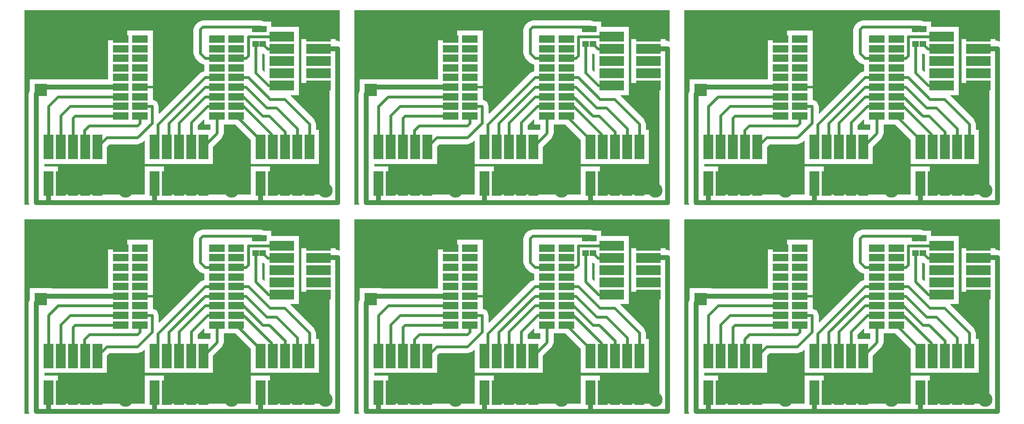
<source format=gtl>
G04 Layer_Physical_Order=1*
G04 Layer_Color=255*
%FSAX44Y44*%
%MOMM*%
G71*
G01*
G75*
%ADD10R,5.0800X2.0000*%
%ADD11R,2.0000X5.0800*%
%ADD12R,3.3000X1.5000*%
%ADD13R,1.4000X1.2000*%
%ADD14C,1.0000*%
%ADD15C,0.6000*%
%ADD16R,8.5000X2.0000*%
%ADD17R,9.0000X2.0000*%
%ADD18R,3.1000X1.2000*%
%ADD19R,2.5000X2.5000*%
%ADD20C,3.0000*%
G36*
X00657980Y00479201D02*
Y00469760D01*
X00670409D01*
Y00458460D01*
X00644751D01*
Y00467632D01*
X00656807Y00479687D01*
X00657980Y00479201D01*
D02*
G37*
G36*
X00783680Y00615258D02*
Y00606860D01*
Y00581460D01*
Y00579619D01*
X00782507Y00579133D01*
X00778551Y00583088D01*
Y00616390D01*
X00779821Y00616856D01*
X00783680Y00615258D01*
D02*
G37*
G36*
X00939480Y00642568D02*
X00938424Y00641862D01*
X00934480Y00643496D01*
X00930680D01*
Y00646860D01*
X00859880D01*
Y00606860D01*
Y00581460D01*
Y00556060D01*
X00918244D01*
Y00323496D01*
X00794480D01*
Y00382260D01*
X00754480D01*
Y00323496D01*
X00574480D01*
Y00382260D01*
X00534480D01*
Y00323496D01*
X00354480D01*
Y00382260D01*
X00325716D01*
Y00387660D01*
X00456080D01*
Y00423161D01*
X00461108Y00428189D01*
X00519480D01*
X00529430Y00432310D01*
X00533307Y00436187D01*
X00534480Y00435701D01*
Y00387660D01*
X00676080D01*
Y00423161D01*
X00694430Y00441510D01*
X00698551Y00451460D01*
Y00469760D01*
X00722081D01*
X00754480Y00437360D01*
Y00387660D01*
X00896080D01*
Y00458460D01*
X00890151D01*
Y00470660D01*
X00886030Y00480610D01*
X00837153Y00529487D01*
X00837639Y00530660D01*
X00854480D01*
Y00556060D01*
Y00581460D01*
Y00606860D01*
Y00632260D01*
Y00672260D01*
X00796480D01*
Y00683500D01*
X00781555D01*
X00774720Y00686331D01*
X00654480D01*
X00644530Y00682210D01*
X00639530Y00677210D01*
X00635409Y00667260D01*
Y00617260D01*
X00639530Y00607310D01*
X00649530Y00597310D01*
X00657980Y00593810D01*
Y00580710D01*
X00649530Y00577210D01*
X00564724Y00492404D01*
X00563551Y00492890D01*
Y00507260D01*
X00559430Y00517210D01*
X00550980Y00520710D01*
Y00544760D01*
X00510980D01*
Y00549760D01*
X00550980D01*
Y00569760D01*
Y00589760D01*
Y00609760D01*
Y00629760D01*
Y00664760D01*
X00497980D01*
Y00644760D01*
X00457980D01*
Y00609760D01*
Y00589760D01*
Y00569760D01*
Y00563496D01*
X00340980D01*
Y00563760D01*
X00295980D01*
Y00539865D01*
X00293244Y00533260D01*
Y00307260D01*
X00294878Y00303316D01*
X00294172Y00302260D01*
X00284480D01*
Y00707260D01*
X00939480D01*
Y00642568D01*
D02*
G37*
G36*
X01342980Y00479201D02*
Y00469760D01*
X01355409D01*
Y00458460D01*
X01329751D01*
Y00467632D01*
X01341807Y00479687D01*
X01342980Y00479201D01*
D02*
G37*
G36*
X01468680Y00615258D02*
Y00606860D01*
Y00581460D01*
Y00579619D01*
X01467507Y00579133D01*
X01463551Y00583088D01*
Y00616390D01*
X01464821Y00616856D01*
X01468680Y00615258D01*
D02*
G37*
G36*
X01624480Y00642568D02*
X01623424Y00641862D01*
X01619480Y00643496D01*
X01615680D01*
Y00646860D01*
X01544880D01*
Y00606860D01*
Y00581460D01*
Y00556060D01*
X01603244D01*
Y00323496D01*
X01479480D01*
Y00382260D01*
X01439480D01*
Y00323496D01*
X01259480D01*
Y00382260D01*
X01219480D01*
Y00323496D01*
X01039480D01*
Y00382260D01*
X01010716D01*
Y00387660D01*
X01141080D01*
Y00423161D01*
X01146108Y00428189D01*
X01204480D01*
X01214430Y00432310D01*
X01218307Y00436187D01*
X01219480Y00435701D01*
Y00387660D01*
X01361080D01*
Y00423161D01*
X01379430Y00441510D01*
X01383551Y00451460D01*
Y00469760D01*
X01407081D01*
X01439480Y00437360D01*
Y00387660D01*
X01581080D01*
Y00458460D01*
X01575151D01*
Y00470660D01*
X01571030Y00480610D01*
X01522153Y00529487D01*
X01522639Y00530660D01*
X01539480D01*
Y00556060D01*
Y00581460D01*
Y00606860D01*
Y00632260D01*
Y00672260D01*
X01481480D01*
Y00683500D01*
X01466555D01*
X01459720Y00686331D01*
X01339480D01*
X01329530Y00682210D01*
X01324530Y00677210D01*
X01320409Y00667260D01*
Y00617260D01*
X01324530Y00607310D01*
X01334530Y00597310D01*
X01342980Y00593810D01*
Y00580710D01*
X01334530Y00577210D01*
X01249724Y00492404D01*
X01248551Y00492890D01*
Y00507260D01*
X01244430Y00517210D01*
X01235980Y00520710D01*
Y00544760D01*
X01195980D01*
Y00549760D01*
X01235980D01*
Y00569760D01*
Y00589760D01*
Y00609760D01*
Y00629760D01*
Y00664760D01*
X01182980D01*
Y00644760D01*
X01142980D01*
Y00609760D01*
Y00589760D01*
Y00569760D01*
Y00563496D01*
X01025980D01*
Y00563760D01*
X00980980D01*
Y00539865D01*
X00978244Y00533260D01*
Y00307260D01*
X00979878Y00303316D01*
X00979172Y00302260D01*
X00969480D01*
Y00707260D01*
X01624480D01*
Y00642568D01*
D02*
G37*
G36*
X02027980Y00479201D02*
Y00469760D01*
X02040409D01*
Y00458460D01*
X02014751D01*
Y00467632D01*
X02026807Y00479687D01*
X02027980Y00479201D01*
D02*
G37*
G36*
X02153680Y00615258D02*
Y00606860D01*
Y00581460D01*
Y00579619D01*
X02152507Y00579133D01*
X02148551Y00583088D01*
Y00616390D01*
X02149821Y00616856D01*
X02153680Y00615258D01*
D02*
G37*
G36*
X02309480Y00642568D02*
X02308424Y00641862D01*
X02304480Y00643496D01*
X02300680D01*
Y00646860D01*
X02229880D01*
Y00606860D01*
Y00581460D01*
Y00556060D01*
X02288244D01*
Y00323496D01*
X02164480D01*
Y00382260D01*
X02124480D01*
Y00323496D01*
X01944480D01*
Y00382260D01*
X01904480D01*
Y00323496D01*
X01724480D01*
Y00382260D01*
X01695716D01*
Y00387660D01*
X01826080D01*
Y00423161D01*
X01831108Y00428189D01*
X01889480D01*
X01899430Y00432310D01*
X01903307Y00436187D01*
X01904480Y00435701D01*
Y00387660D01*
X02046080D01*
Y00423161D01*
X02064430Y00441510D01*
X02068551Y00451460D01*
Y00469760D01*
X02092081D01*
X02124480Y00437360D01*
Y00387660D01*
X02266080D01*
Y00458460D01*
X02260151D01*
Y00470660D01*
X02256030Y00480610D01*
X02207153Y00529487D01*
X02207639Y00530660D01*
X02224480D01*
Y00556060D01*
Y00581460D01*
Y00606860D01*
Y00632260D01*
Y00672260D01*
X02166480D01*
Y00683500D01*
X02151555D01*
X02144720Y00686331D01*
X02024480D01*
X02014530Y00682210D01*
X02009530Y00677210D01*
X02005409Y00667260D01*
Y00617260D01*
X02009530Y00607310D01*
X02019530Y00597310D01*
X02027980Y00593810D01*
Y00580710D01*
X02019530Y00577210D01*
X01934724Y00492404D01*
X01933551Y00492890D01*
Y00507260D01*
X01929430Y00517210D01*
X01920980Y00520710D01*
Y00544760D01*
X01880980D01*
Y00549760D01*
X01920980D01*
Y00569760D01*
Y00589760D01*
Y00609760D01*
Y00629760D01*
Y00664760D01*
X01867980D01*
Y00644760D01*
X01827980D01*
Y00609760D01*
Y00589760D01*
Y00569760D01*
Y00563496D01*
X01710980D01*
Y00563760D01*
X01665980D01*
Y00539865D01*
X01663244Y00533260D01*
Y00307260D01*
X01664878Y00303316D01*
X01664172Y00302260D01*
X01654480D01*
Y00707260D01*
X02309480D01*
Y00642568D01*
D02*
G37*
G36*
X00657980Y00914201D02*
Y00904760D01*
X00670409D01*
Y00893460D01*
X00644751D01*
Y00902632D01*
X00656807Y00914687D01*
X00657980Y00914201D01*
D02*
G37*
G36*
X00783680Y01050258D02*
Y01041860D01*
Y01016460D01*
Y01014619D01*
X00782507Y01014133D01*
X00778551Y01018088D01*
Y01051390D01*
X00779821Y01051856D01*
X00783680Y01050258D01*
D02*
G37*
G36*
X00939480Y01077568D02*
X00938424Y01076862D01*
X00934480Y01078496D01*
X00930680D01*
Y01081860D01*
X00859880D01*
Y01041860D01*
Y01016460D01*
Y00991060D01*
X00918244D01*
Y00758496D01*
X00794480D01*
Y00817260D01*
X00754480D01*
Y00758496D01*
X00574480D01*
Y00817260D01*
X00534480D01*
Y00758496D01*
X00354480D01*
Y00817260D01*
X00325716D01*
Y00822660D01*
X00456080D01*
Y00858160D01*
X00461108Y00863189D01*
X00519480D01*
X00529430Y00867310D01*
X00533307Y00871187D01*
X00534480Y00870701D01*
Y00822660D01*
X00676080D01*
Y00858160D01*
X00694430Y00876510D01*
X00698551Y00886460D01*
Y00904760D01*
X00722081D01*
X00754480Y00872361D01*
Y00822660D01*
X00896080D01*
Y00893460D01*
X00890151D01*
Y00905660D01*
X00886030Y00915610D01*
X00837153Y00964487D01*
X00837639Y00965660D01*
X00854480D01*
Y00991060D01*
Y01016460D01*
Y01041860D01*
Y01067260D01*
Y01107260D01*
X00796480D01*
Y01118500D01*
X00781555D01*
X00774720Y01121331D01*
X00654480D01*
X00644530Y01117210D01*
X00639530Y01112210D01*
X00635409Y01102260D01*
Y01052260D01*
X00639530Y01042310D01*
X00649530Y01032310D01*
X00657980Y01028810D01*
Y01015710D01*
X00649530Y01012210D01*
X00564724Y00927404D01*
X00563551Y00927890D01*
Y00942260D01*
X00559430Y00952210D01*
X00550980Y00955710D01*
Y00979760D01*
X00510980D01*
Y00984760D01*
X00550980D01*
Y01004760D01*
Y01024760D01*
Y01044760D01*
Y01064760D01*
Y01099760D01*
X00497980D01*
Y01079760D01*
X00457980D01*
Y01044760D01*
Y01024760D01*
Y01004760D01*
Y00998496D01*
X00340980D01*
Y00998760D01*
X00295980D01*
Y00974865D01*
X00293244Y00968260D01*
Y00742260D01*
X00294878Y00738316D01*
X00294172Y00737260D01*
X00284480D01*
Y01142260D01*
X00939480D01*
Y01077568D01*
D02*
G37*
G36*
X01342980Y00914201D02*
Y00904760D01*
X01355409D01*
Y00893460D01*
X01329751D01*
Y00902632D01*
X01341807Y00914687D01*
X01342980Y00914201D01*
D02*
G37*
G36*
X01468680Y01050258D02*
Y01041860D01*
Y01016460D01*
Y01014619D01*
X01467507Y01014133D01*
X01463551Y01018088D01*
Y01051390D01*
X01464821Y01051856D01*
X01468680Y01050258D01*
D02*
G37*
G36*
X01624480Y01077568D02*
X01623424Y01076862D01*
X01619480Y01078496D01*
X01615680D01*
Y01081860D01*
X01544880D01*
Y01041860D01*
Y01016460D01*
Y00991060D01*
X01603244D01*
Y00758496D01*
X01479480D01*
Y00817260D01*
X01439480D01*
Y00758496D01*
X01259480D01*
Y00817260D01*
X01219480D01*
Y00758496D01*
X01039480D01*
Y00817260D01*
X01010716D01*
Y00822660D01*
X01141080D01*
Y00858160D01*
X01146108Y00863189D01*
X01204480D01*
X01214430Y00867310D01*
X01218307Y00871187D01*
X01219480Y00870701D01*
Y00822660D01*
X01361080D01*
Y00858160D01*
X01379430Y00876510D01*
X01383551Y00886460D01*
Y00904760D01*
X01407081D01*
X01439480Y00872361D01*
Y00822660D01*
X01581080D01*
Y00893460D01*
X01575151D01*
Y00905660D01*
X01571030Y00915610D01*
X01522153Y00964487D01*
X01522639Y00965660D01*
X01539480D01*
Y00991060D01*
Y01016460D01*
Y01041860D01*
Y01067260D01*
Y01107260D01*
X01481480D01*
Y01118500D01*
X01466555D01*
X01459720Y01121331D01*
X01339480D01*
X01329530Y01117210D01*
X01324530Y01112210D01*
X01320409Y01102260D01*
Y01052260D01*
X01324530Y01042310D01*
X01334530Y01032310D01*
X01342980Y01028810D01*
Y01015710D01*
X01334530Y01012210D01*
X01249724Y00927404D01*
X01248551Y00927890D01*
Y00942260D01*
X01244430Y00952210D01*
X01235980Y00955710D01*
Y00979760D01*
X01195980D01*
Y00984760D01*
X01235980D01*
Y01004760D01*
Y01024760D01*
Y01044760D01*
Y01064760D01*
Y01099760D01*
X01182980D01*
Y01079760D01*
X01142980D01*
Y01044760D01*
Y01024760D01*
Y01004760D01*
Y00998496D01*
X01025980D01*
Y00998760D01*
X00980980D01*
Y00974865D01*
X00978244Y00968260D01*
Y00742260D01*
X00979878Y00738316D01*
X00979172Y00737260D01*
X00969480D01*
Y01142260D01*
X01624480D01*
Y01077568D01*
D02*
G37*
G36*
X02027980Y00914201D02*
Y00904760D01*
X02040409D01*
Y00893460D01*
X02014751D01*
Y00902632D01*
X02026807Y00914687D01*
X02027980Y00914201D01*
D02*
G37*
G36*
X02153680Y01050258D02*
Y01041860D01*
Y01016460D01*
Y01014619D01*
X02152507Y01014133D01*
X02148551Y01018088D01*
Y01051390D01*
X02149821Y01051856D01*
X02153680Y01050258D01*
D02*
G37*
G36*
X02309480Y01077568D02*
X02308424Y01076862D01*
X02304480Y01078496D01*
X02300680D01*
Y01081860D01*
X02229880D01*
Y01041860D01*
Y01016460D01*
Y00991060D01*
X02288244D01*
Y00758496D01*
X02164480D01*
Y00817260D01*
X02124480D01*
Y00758496D01*
X01944480D01*
Y00817260D01*
X01904480D01*
Y00758496D01*
X01724480D01*
Y00817260D01*
X01695716D01*
Y00822660D01*
X01826080D01*
Y00858160D01*
X01831108Y00863189D01*
X01889480D01*
X01899430Y00867310D01*
X01903307Y00871187D01*
X01904480Y00870701D01*
Y00822660D01*
X02046080D01*
Y00858160D01*
X02064430Y00876510D01*
X02068551Y00886460D01*
Y00904760D01*
X02092081D01*
X02124480Y00872361D01*
Y00822660D01*
X02266080D01*
Y00893460D01*
X02260151D01*
Y00905660D01*
X02256030Y00915610D01*
X02207153Y00964487D01*
X02207639Y00965660D01*
X02224480D01*
Y00991060D01*
Y01016460D01*
Y01041860D01*
Y01067260D01*
Y01107260D01*
X02166480D01*
Y01118500D01*
X02151555D01*
X02144720Y01121331D01*
X02024480D01*
X02014530Y01117210D01*
X02009530Y01112210D01*
X02005409Y01102260D01*
Y01052260D01*
X02009530Y01042310D01*
X02019530Y01032310D01*
X02027980Y01028810D01*
Y01015710D01*
X02019530Y01012210D01*
X01934724Y00927404D01*
X01933551Y00927890D01*
Y00942260D01*
X01929430Y00952210D01*
X01920980Y00955710D01*
Y00979760D01*
X01880980D01*
Y00984760D01*
X01920980D01*
Y01004760D01*
Y01024760D01*
Y01044760D01*
Y01064760D01*
Y01099760D01*
X01867980D01*
Y01079760D01*
X01827980D01*
Y01044760D01*
Y01024760D01*
Y01004760D01*
Y00998496D01*
X01710980D01*
Y00998760D01*
X01665980D01*
Y00974865D01*
X01663244Y00968260D01*
Y00742260D01*
X01664878Y00738316D01*
X01664172Y00737260D01*
X01654480D01*
Y01142260D01*
X02309480D01*
Y01077568D01*
D02*
G37*
D10*
X00819080Y00550660D02*
D03*
Y00576060D02*
D03*
Y00601460D02*
D03*
Y00626860D02*
D03*
Y00652260D02*
D03*
X00895280Y00576060D02*
D03*
Y00550660D02*
D03*
Y00601460D02*
D03*
Y00626860D02*
D03*
Y00652260D02*
D03*
Y00985660D02*
D03*
Y01011060D02*
D03*
Y01036460D02*
D03*
Y01061860D02*
D03*
Y01087260D02*
D03*
X00819080D02*
D03*
Y01061860D02*
D03*
Y01036460D02*
D03*
Y01011060D02*
D03*
Y00985660D02*
D03*
X01504080Y00550660D02*
D03*
Y00576060D02*
D03*
Y00601460D02*
D03*
Y00626860D02*
D03*
Y00652260D02*
D03*
X01580280Y00576060D02*
D03*
Y00550660D02*
D03*
Y00601460D02*
D03*
Y00626860D02*
D03*
Y00652260D02*
D03*
Y00985660D02*
D03*
Y01011060D02*
D03*
Y01036460D02*
D03*
Y01061860D02*
D03*
Y01087260D02*
D03*
X01504080D02*
D03*
Y01061860D02*
D03*
Y01036460D02*
D03*
Y01011060D02*
D03*
Y00985660D02*
D03*
X02189080Y00550660D02*
D03*
Y00576060D02*
D03*
Y00601460D02*
D03*
Y00626860D02*
D03*
Y00652260D02*
D03*
X02265280Y00576060D02*
D03*
Y00550660D02*
D03*
Y00601460D02*
D03*
Y00626860D02*
D03*
Y00652260D02*
D03*
Y00985660D02*
D03*
Y01011060D02*
D03*
Y01036460D02*
D03*
Y01061860D02*
D03*
Y01087260D02*
D03*
X02189080D02*
D03*
Y01061860D02*
D03*
Y01036460D02*
D03*
Y01011060D02*
D03*
Y00985660D02*
D03*
D11*
X00334480Y00346860D02*
D03*
X00359880D02*
D03*
X00385280D02*
D03*
X00410680D02*
D03*
X00436080D02*
D03*
Y00423060D02*
D03*
X00410680D02*
D03*
X00385280D02*
D03*
X00359880D02*
D03*
X00334480D02*
D03*
X00554480Y00346860D02*
D03*
X00579880D02*
D03*
X00605280D02*
D03*
X00630680D02*
D03*
X00656080D02*
D03*
X00774480D02*
D03*
X00799880D02*
D03*
X00825280D02*
D03*
X00850680D02*
D03*
X00876080D02*
D03*
Y00423060D02*
D03*
X00850680D02*
D03*
X00825280D02*
D03*
X00799880D02*
D03*
X00774480D02*
D03*
X00656080D02*
D03*
X00630680D02*
D03*
X00605280D02*
D03*
X00579880D02*
D03*
X00554480D02*
D03*
X00850680Y00781860D02*
D03*
X00876080D02*
D03*
X00825280D02*
D03*
X00799880D02*
D03*
X00774480D02*
D03*
X00850680Y00858060D02*
D03*
X00876080D02*
D03*
X00825280D02*
D03*
X00799880D02*
D03*
X00774480D02*
D03*
X00656080D02*
D03*
X00630680D02*
D03*
X00605280D02*
D03*
X00579880D02*
D03*
X00554480D02*
D03*
Y00781860D02*
D03*
X00579880D02*
D03*
X00605280D02*
D03*
X00630680D02*
D03*
X00656080D02*
D03*
X00436080Y00858060D02*
D03*
X00410680D02*
D03*
X00385280D02*
D03*
X00359880D02*
D03*
X00334480D02*
D03*
Y00781860D02*
D03*
X00359880D02*
D03*
X00385280D02*
D03*
X00410680D02*
D03*
X00436080D02*
D03*
X01019480Y00346860D02*
D03*
X01044880D02*
D03*
X01070280D02*
D03*
X01095680D02*
D03*
X01121080D02*
D03*
X01239480D02*
D03*
X01264880D02*
D03*
X01290280D02*
D03*
X01315680D02*
D03*
X01341080D02*
D03*
X01459480D02*
D03*
X01484880D02*
D03*
X01510280D02*
D03*
X01535680D02*
D03*
X01561080D02*
D03*
Y00423060D02*
D03*
X01535680D02*
D03*
X01510280D02*
D03*
X01484880D02*
D03*
X01459480D02*
D03*
X01341080D02*
D03*
X01315680D02*
D03*
X01290280D02*
D03*
X01264880D02*
D03*
X01239480D02*
D03*
X01121080D02*
D03*
X01095680D02*
D03*
X01070280D02*
D03*
X01044880D02*
D03*
X01019480D02*
D03*
X01341080Y00781860D02*
D03*
X01315680D02*
D03*
X01290280D02*
D03*
X01264880D02*
D03*
X01239480D02*
D03*
X01315680Y00858060D02*
D03*
X01341080D02*
D03*
X01459480Y00781860D02*
D03*
X01484880D02*
D03*
X01510280D02*
D03*
X01535680D02*
D03*
X01561080D02*
D03*
Y00858060D02*
D03*
X01535680D02*
D03*
X01510280D02*
D03*
X01484880D02*
D03*
X01459480D02*
D03*
X01290280D02*
D03*
X01264880D02*
D03*
X01239480D02*
D03*
X01121080D02*
D03*
X01095680D02*
D03*
X01070280D02*
D03*
X01044880D02*
D03*
X01019480D02*
D03*
Y00781860D02*
D03*
X01044880D02*
D03*
X01070280D02*
D03*
X01095680D02*
D03*
X01121080D02*
D03*
X01704480Y00346860D02*
D03*
X01729880D02*
D03*
X01755280D02*
D03*
X01780680D02*
D03*
X01806080D02*
D03*
X01924480D02*
D03*
X01949880D02*
D03*
X01975280D02*
D03*
X02000680D02*
D03*
X02026080D02*
D03*
Y00423060D02*
D03*
X02000680D02*
D03*
X01975280D02*
D03*
X01949880D02*
D03*
X01924480D02*
D03*
X01806080D02*
D03*
X01780680D02*
D03*
X01755280D02*
D03*
X01729880D02*
D03*
X01704480D02*
D03*
X02000680Y00781860D02*
D03*
X02026080D02*
D03*
X01975280D02*
D03*
X01949880D02*
D03*
X01924480D02*
D03*
X02000680Y00858060D02*
D03*
X02026080D02*
D03*
X01975280D02*
D03*
X01949880D02*
D03*
X01924480D02*
D03*
X01806080D02*
D03*
X01780680D02*
D03*
X01755280D02*
D03*
X01729880D02*
D03*
X01704480D02*
D03*
Y00781860D02*
D03*
X01729880D02*
D03*
X01755280D02*
D03*
X01780680D02*
D03*
X01806080D02*
D03*
X02144480Y00423060D02*
D03*
X02169880D02*
D03*
X02195280D02*
D03*
X02220680D02*
D03*
X02246080D02*
D03*
X02195280Y00346860D02*
D03*
X02220680D02*
D03*
X02246080D02*
D03*
X02169880D02*
D03*
X02144480D02*
D03*
X02220680Y00781860D02*
D03*
X02246080D02*
D03*
X02195280D02*
D03*
X02169880D02*
D03*
X02144480D02*
D03*
X02220680Y00858060D02*
D03*
X02246080D02*
D03*
X02195280D02*
D03*
X02169880D02*
D03*
X02144480D02*
D03*
D12*
X00484480Y00487260D02*
D03*
Y00507260D02*
D03*
X00524480D02*
D03*
Y00487260D02*
D03*
Y00527260D02*
D03*
Y00547260D02*
D03*
Y00567260D02*
D03*
Y00587260D02*
D03*
Y00607260D02*
D03*
Y00627260D02*
D03*
Y00647260D02*
D03*
X00484480Y00647260D02*
D03*
X00484480Y00627260D02*
D03*
Y00607260D02*
D03*
Y00587260D02*
D03*
Y00567260D02*
D03*
Y00547260D02*
D03*
Y00527260D02*
D03*
X00684480Y00507260D02*
D03*
Y00487260D02*
D03*
X00724480D02*
D03*
Y00507260D02*
D03*
Y00527260D02*
D03*
Y00547260D02*
D03*
Y00567260D02*
D03*
Y00587260D02*
D03*
Y00607260D02*
D03*
Y00627260D02*
D03*
Y00647260D02*
D03*
X00684480Y00647260D02*
D03*
X00684480Y00627260D02*
D03*
Y00607260D02*
D03*
Y00587260D02*
D03*
Y00567260D02*
D03*
Y00547260D02*
D03*
Y00527260D02*
D03*
X00724480Y00922260D02*
D03*
Y00942260D02*
D03*
Y00962260D02*
D03*
Y00982260D02*
D03*
Y01002260D02*
D03*
Y01022260D02*
D03*
Y01042260D02*
D03*
Y01062260D02*
D03*
Y01082260D02*
D03*
X00684480Y01082260D02*
D03*
X00684480Y01062260D02*
D03*
Y01042260D02*
D03*
Y01022260D02*
D03*
Y01002260D02*
D03*
Y00982260D02*
D03*
Y00962260D02*
D03*
Y00942260D02*
D03*
Y00922260D02*
D03*
X00524480Y01022260D02*
D03*
Y01042260D02*
D03*
Y01062260D02*
D03*
Y01002260D02*
D03*
Y00982260D02*
D03*
Y00962260D02*
D03*
Y00942260D02*
D03*
Y00922260D02*
D03*
X00484480Y00942260D02*
D03*
Y00962260D02*
D03*
Y00922260D02*
D03*
Y00982260D02*
D03*
Y01002260D02*
D03*
Y01022260D02*
D03*
Y01042260D02*
D03*
Y01062260D02*
D03*
X00524480Y01082260D02*
D03*
X00484480Y01082260D02*
D03*
X01169480Y00507260D02*
D03*
Y00487260D02*
D03*
X01209480D02*
D03*
Y00507260D02*
D03*
Y00527260D02*
D03*
Y00547260D02*
D03*
Y00567260D02*
D03*
Y00587260D02*
D03*
Y00607260D02*
D03*
Y00627260D02*
D03*
Y00647260D02*
D03*
X01169480Y00647260D02*
D03*
X01169480Y00627260D02*
D03*
Y00607260D02*
D03*
Y00587260D02*
D03*
Y00567260D02*
D03*
Y00547260D02*
D03*
Y00527260D02*
D03*
X01369480Y00507260D02*
D03*
Y00487260D02*
D03*
X01409480D02*
D03*
Y00507260D02*
D03*
Y00527260D02*
D03*
Y00547260D02*
D03*
Y00567260D02*
D03*
Y00587260D02*
D03*
Y00607260D02*
D03*
Y00627260D02*
D03*
Y00647260D02*
D03*
X01369480Y00647260D02*
D03*
X01369480Y00627260D02*
D03*
Y00607260D02*
D03*
Y00587260D02*
D03*
Y00567260D02*
D03*
Y00547260D02*
D03*
Y00527260D02*
D03*
X01409480Y00922260D02*
D03*
Y00942260D02*
D03*
Y00962260D02*
D03*
Y00982260D02*
D03*
Y01002260D02*
D03*
Y01022260D02*
D03*
Y01042260D02*
D03*
Y01062260D02*
D03*
Y01082260D02*
D03*
X01369480Y01082260D02*
D03*
X01369480Y01062260D02*
D03*
Y01042260D02*
D03*
Y01022260D02*
D03*
Y01002260D02*
D03*
Y00982260D02*
D03*
Y00962260D02*
D03*
Y00942260D02*
D03*
Y00922260D02*
D03*
X01209480Y01022260D02*
D03*
Y01042260D02*
D03*
Y01062260D02*
D03*
Y01002260D02*
D03*
Y00982260D02*
D03*
Y00962260D02*
D03*
Y00942260D02*
D03*
Y00922260D02*
D03*
X01169480Y00942260D02*
D03*
Y00962260D02*
D03*
Y00922260D02*
D03*
Y00982260D02*
D03*
Y01002260D02*
D03*
Y01022260D02*
D03*
Y01042260D02*
D03*
Y01062260D02*
D03*
X01209480Y01082260D02*
D03*
X01169480Y01082260D02*
D03*
X01854480Y00507260D02*
D03*
Y00487260D02*
D03*
X01894480D02*
D03*
Y00507260D02*
D03*
Y00527260D02*
D03*
Y00547260D02*
D03*
Y00567260D02*
D03*
Y00587260D02*
D03*
Y00607260D02*
D03*
Y00627260D02*
D03*
Y00647260D02*
D03*
X01854480Y00647260D02*
D03*
X01854480Y00627260D02*
D03*
Y00607260D02*
D03*
Y00587260D02*
D03*
Y00567260D02*
D03*
Y00547260D02*
D03*
Y00527260D02*
D03*
X02054480Y00507260D02*
D03*
Y00487260D02*
D03*
X02094480D02*
D03*
Y00507260D02*
D03*
Y00527260D02*
D03*
Y00547260D02*
D03*
Y00567260D02*
D03*
Y00587260D02*
D03*
Y00607260D02*
D03*
Y00627260D02*
D03*
Y00647260D02*
D03*
X02054480Y00647260D02*
D03*
X02054480Y00627260D02*
D03*
Y00607260D02*
D03*
Y00587260D02*
D03*
Y00567260D02*
D03*
Y00547260D02*
D03*
Y00527260D02*
D03*
X02094480Y00922260D02*
D03*
Y00942260D02*
D03*
Y00962260D02*
D03*
Y00982260D02*
D03*
Y01002260D02*
D03*
Y01022260D02*
D03*
Y01042260D02*
D03*
Y01062260D02*
D03*
Y01082260D02*
D03*
X02054480Y01082260D02*
D03*
X02054480Y01062260D02*
D03*
Y01042260D02*
D03*
Y01022260D02*
D03*
Y01002260D02*
D03*
Y00982260D02*
D03*
Y00962260D02*
D03*
Y00942260D02*
D03*
Y00922260D02*
D03*
X01894480Y01022260D02*
D03*
Y01042260D02*
D03*
Y01062260D02*
D03*
Y01002260D02*
D03*
Y00982260D02*
D03*
Y00962260D02*
D03*
Y00942260D02*
D03*
Y00922260D02*
D03*
X01854480Y00942260D02*
D03*
Y00962260D02*
D03*
Y00922260D02*
D03*
Y00982260D02*
D03*
Y01002260D02*
D03*
Y01022260D02*
D03*
Y01042260D02*
D03*
Y01062260D02*
D03*
X01894480Y01082260D02*
D03*
X01854480Y01082260D02*
D03*
D13*
X00764480Y00637020D02*
D03*
X00779480D02*
D03*
Y00667500D02*
D03*
X00764480D02*
D03*
Y01072020D02*
D03*
X00779480D02*
D03*
Y01102500D02*
D03*
X00764480D02*
D03*
X01449480Y00637020D02*
D03*
X01464480D02*
D03*
Y00667500D02*
D03*
X01449480D02*
D03*
Y01072020D02*
D03*
X01464480D02*
D03*
Y01102500D02*
D03*
X01449480D02*
D03*
X02134480Y00637020D02*
D03*
X02149480D02*
D03*
Y00667500D02*
D03*
X02134480D02*
D03*
Y01072020D02*
D03*
X02149480D02*
D03*
Y01102500D02*
D03*
X02134480D02*
D03*
D14*
X00309480Y00307260D02*
Y00533260D01*
X00323480Y00547260D01*
X00494480D01*
X00334480Y00337260D02*
Y00307260D01*
X00554480D01*
Y00337260D01*
Y00307260D02*
X00774480D01*
X00934480D01*
Y00627260D01*
X00895680D01*
X00895280Y00626860D01*
X01008480Y00547260D02*
X01179480D01*
X01019480Y00337260D02*
Y00307260D01*
X01239480D01*
Y00337260D01*
Y00307260D02*
X01459480D01*
X01619480D01*
Y00627260D01*
X01580680D01*
X01580280Y00626860D01*
X01693480Y00547260D02*
X01864480D01*
X01924480Y00337260D02*
Y00307260D01*
X02144480D01*
X02304480D01*
Y00627260D01*
X02265680D01*
X02265280Y00626860D01*
X02304480Y00742260D02*
Y01062260D01*
X02265680D01*
X02265280Y01061860D01*
X02144480Y00772260D02*
Y00742260D01*
X02304480D01*
X02144480D02*
X01924480D01*
Y00772260D01*
Y00742260D02*
X01704480D01*
Y00772260D01*
Y00742260D02*
X01679480D01*
Y00968260D01*
X01693480Y00982260D01*
X01864480D01*
X01619480Y01062260D02*
Y00742260D01*
X01459480D01*
Y00772260D01*
Y00742260D02*
X01239480D01*
Y00772260D01*
Y00742260D02*
X01019480D01*
Y00772260D01*
Y00742260D02*
X00994480D01*
Y00968260D01*
X01008480Y00982260D01*
X01179480D01*
X00934480Y01062260D02*
Y00742260D01*
X00774480D01*
Y00772260D01*
Y00742260D02*
X00554480D01*
Y00772260D01*
Y00742260D02*
X00334480D01*
Y00772260D01*
Y00742260D02*
X00309480D01*
Y00968260D01*
X00323480Y00982260D01*
X00494480D01*
X00895280Y01061860D02*
X00895680Y01062260D01*
X00934480D01*
X00994480Y00533260D02*
X01008480Y00547260D01*
X00994480Y00533260D02*
Y00307260D01*
X01019480D01*
X00774480Y00337260D02*
Y00307260D01*
X00334480D02*
X00309480D01*
X01459480D02*
Y00337260D01*
X01679480Y00307260D02*
Y00533260D01*
X01693480Y00547260D01*
X01704480Y00337260D02*
Y00307260D01*
X01924480D01*
X02144480D02*
Y00337260D01*
X01704480Y00307260D02*
X01679480D01*
X01619480Y01062260D02*
X01580680D01*
X01580280Y01061860D01*
D15*
X00436080Y00423060D02*
X00455280Y00442260D01*
X00519480D01*
X00549480Y00472260D01*
Y00507260D01*
X00524480D01*
Y00487260D02*
Y00472260D01*
X00519480Y00467260D01*
X00419480D01*
X00409480Y00457260D01*
Y00423060D01*
X00385280D02*
Y00483060D01*
X00389480Y00487260D01*
X00484480D01*
Y00507260D02*
X00379480D01*
X00359880Y00487660D01*
Y00423060D01*
X00334480D02*
Y00507260D01*
X00354480Y00527260D01*
X00484480D01*
X00554480Y00423060D02*
X00561480Y00430060D01*
Y00469260D01*
X00659480Y00567260D01*
X00684480D01*
Y00547260D02*
X00659480D01*
X00584480Y00472260D01*
Y00427660D01*
X00579880Y00423060D01*
X00605280D02*
Y00473060D01*
X00659480Y00527260D01*
X00684480D01*
Y00507260D02*
X00664480D01*
X00630680Y00473460D01*
Y00423060D01*
X00656080D02*
X00684480Y00451460D01*
Y00487260D01*
X00724480D02*
X00774480Y00437260D01*
Y00423060D01*
X00796480Y00426460D02*
X00799880Y00423060D01*
X00796480Y00426460D02*
Y00450260D01*
X00739480Y00507260D01*
X00724480D01*
X00779480Y00487260D02*
X00792480D01*
X00825280Y00454460D01*
Y00423060D01*
X00850680D02*
Y00461060D01*
X00807480Y00504260D01*
X00787480D01*
X00744480Y00547260D01*
X00724480D01*
Y00527260D02*
X00739480D01*
X00779480Y00487260D01*
X00794480Y00522260D02*
X00824480D01*
X00876080Y00470660D01*
Y00423060D01*
X00794480Y00522260D02*
X00749480Y00567260D01*
X00724480D01*
X00764480Y00577260D02*
Y00637020D01*
X00779480D02*
X00789640Y00626860D01*
X00819080D01*
Y00652260D02*
X00749480D01*
Y00612260D01*
X00744480Y00607260D01*
X00724480D01*
X00764480Y00577260D02*
X00791080Y00550660D01*
X00819080D01*
X00779480Y00667500D02*
X00774720Y00672260D01*
X00654480D01*
X00649480Y00667260D01*
Y00617260D01*
X00659480Y00607260D01*
X00684480D01*
X00850680Y00858060D02*
Y00896060D01*
X00807480Y00939260D01*
X00787480D01*
X00744480Y00982260D01*
X00724480D01*
Y01002260D02*
X00749480D01*
X00794480Y00957260D01*
X00824480D01*
X00876080Y00905660D01*
Y00858060D01*
X00825280Y00889460D02*
X00792480Y00922260D01*
X00779480D01*
X00739480Y00962260D01*
X00724480D01*
Y00942260D02*
X00739480D01*
X00796480Y00885260D01*
Y00861460D01*
X00799880Y00858060D01*
X00825280D02*
Y00889460D01*
X00774480Y00872260D02*
Y00858060D01*
Y00872260D02*
X00724480Y00922260D01*
X00684480Y00942260D02*
X00664480D01*
X00630680Y00908460D01*
Y00858060D01*
X00605280D02*
Y00908060D01*
X00659480Y00962260D01*
X00684480D01*
Y00922260D02*
Y00886460D01*
X00656080Y00858060D01*
X00584480Y00907260D02*
X00659480Y00982260D01*
X00684480D01*
Y01002260D02*
X00659480D01*
X00561480Y00904260D01*
Y00865060D01*
X00554480Y00858060D01*
X00579880D02*
X00584480Y00862660D01*
Y00907260D01*
X00549480Y00942260D02*
Y00907260D01*
X00519480Y00877260D01*
X00455280D01*
X00436080Y00858060D01*
X00484480Y00922260D02*
X00389480D01*
X00385280Y00918060D01*
Y00858060D01*
X00409480D02*
Y00892260D01*
X00419480Y00902260D01*
X00519480D01*
X00524480Y00907260D01*
Y00922260D01*
Y00942260D02*
X00549480D01*
X00484480D02*
X00379480D01*
X00359880Y00922660D01*
Y00858060D01*
X00334480D02*
Y00942260D01*
X00354480Y00962260D01*
X00484480D01*
X00659480Y01042260D02*
X00684480D01*
X00659480D02*
X00649480Y01052260D01*
Y01102260D01*
X00654480Y01107260D01*
X00774720D01*
X00779480Y01102500D01*
Y01072020D02*
X00789640Y01061860D01*
X00819080D01*
Y00985660D02*
X00791080D01*
X00764480Y01012260D01*
Y01072020D01*
X00749480Y01087260D02*
X00819080D01*
X00749480D02*
Y01047260D01*
X00744480Y01042260D01*
X00724480D01*
X01019480Y00858060D02*
Y00942260D01*
X01039480Y00962260D01*
X01169480D01*
Y00942260D02*
X01064480D01*
X01044880Y00922660D01*
Y00858060D01*
X01070280D02*
Y00918060D01*
X01074480Y00922260D01*
X01169480D01*
X01204480Y00877260D02*
X01234480Y00907260D01*
Y00942260D01*
X01209480D01*
Y00922260D02*
Y00907260D01*
X01204480Y00902260D01*
X01104480D01*
X01094480Y00892260D01*
Y00858060D01*
X01121080D02*
X01140280Y00877260D01*
X01204480D01*
X01239480Y00858060D02*
X01246480Y00865060D01*
Y00904260D01*
X01344480Y01002260D01*
X01369480D01*
Y00982260D02*
X01344480D01*
X01269480Y00907260D01*
Y00862660D01*
X01264880Y00858060D01*
X01290280D02*
Y00908060D01*
X01344480Y00962260D01*
X01369480D01*
Y00942260D02*
X01349480D01*
X01315680Y00908460D01*
Y00858060D01*
X01341080D02*
X01369480Y00886460D01*
Y00922260D01*
X01409480D02*
X01459480Y00872260D01*
Y00858060D01*
X01481480Y00861460D02*
X01484880Y00858060D01*
X01481480Y00861460D02*
Y00885260D01*
X01424480Y00942260D01*
X01409480D01*
Y00962260D02*
X01424480D01*
X01464480Y00922260D01*
X01477480D01*
X01510280Y00889460D01*
Y00858060D01*
X01535680D02*
Y00896060D01*
X01492480Y00939260D01*
X01472480D01*
X01429480Y00982260D01*
X01409480D01*
Y01002260D02*
X01434480D01*
X01479480Y00957260D01*
X01509480D01*
X01561080Y00905660D01*
Y00858060D01*
X01704480D02*
Y00942260D01*
X01724480Y00962260D01*
X01854480D01*
Y00942260D02*
X01749480D01*
X01729880Y00922660D01*
Y00858060D01*
X01755280D02*
Y00918060D01*
X01759480Y00922260D01*
X01854480D01*
X01889480Y00902260D02*
X01894480Y00907260D01*
Y00922260D01*
X01919480Y00907260D02*
Y00942260D01*
X01894480D01*
X01919480Y00907260D02*
X01889480Y00877260D01*
X01825280D01*
X01806080Y00858060D01*
X01889480Y00902260D02*
X01789480D01*
X01779480Y00892260D01*
Y00858060D01*
X01924480D02*
X01931480Y00865060D01*
Y00904260D01*
X02029480Y01002260D01*
X02054480D01*
Y00982260D02*
X02029480D01*
X01954480Y00907260D01*
Y00862660D01*
X01949880Y00858060D01*
X01975280D02*
Y00908060D01*
X02029480Y00962260D01*
X02054480D01*
Y00942260D02*
X02034480D01*
X02000680Y00908460D01*
Y00858060D01*
X02026080D02*
X02054480Y00886460D01*
Y00922260D01*
X02094480D02*
X02144480Y00872260D01*
Y00858060D01*
X02166480Y00861460D02*
X02169880Y00858060D01*
X02166480Y00861460D02*
Y00885260D01*
X02109480Y00942260D01*
X02094480D01*
Y00962260D02*
X02109480D01*
X02149480Y00922260D01*
X02162480D01*
X02195280Y00889460D01*
Y00858060D01*
X02220680D02*
Y00896060D01*
X02177480Y00939260D01*
X02157480D01*
X02114480Y00982260D01*
X02094480D01*
Y01002260D02*
X02119480D01*
X02164480Y00957260D01*
X02194480D01*
X02246080Y00905660D01*
Y00858060D01*
X02189080Y00985660D02*
X02161080D01*
X02134480Y01012260D01*
Y01072020D01*
X02149480D02*
X02159640Y01061860D01*
X02189080D01*
Y01087260D02*
X02119480D01*
Y01047260D01*
X02114480Y01042260D01*
X02094480D01*
X02144720Y01107260D02*
X02149480Y01102500D01*
X02144720Y01107260D02*
X02024480D01*
X02019480Y01102260D01*
Y01052260D01*
X02029480Y01042260D01*
X02054480D01*
X02024480Y00672260D02*
X02144720D01*
X02149480Y00667500D01*
Y00637020D02*
X02159640Y00626860D01*
X02189080D01*
Y00652260D02*
X02119480D01*
Y00612260D01*
X02114480Y00607260D01*
X02094480D01*
Y00567260D02*
X02119480D01*
X02164480Y00522260D01*
X02194480D01*
X02246080Y00470660D01*
Y00423060D01*
X02220680D02*
Y00461060D01*
X02177480Y00504260D01*
X02157480D01*
X02114480Y00547260D01*
X02094480D01*
Y00527260D02*
X02109480D01*
X02149480Y00487260D01*
X02162480D01*
X02195280Y00454460D01*
Y00423060D01*
X02169880D02*
X02166480Y00426460D01*
Y00450260D01*
X02109480Y00507260D01*
X02094480D01*
Y00487260D02*
X02144480Y00437260D01*
Y00423060D01*
X02189080Y00550660D02*
X02161080D01*
X02134480Y00577260D01*
Y00637020D01*
X02054480Y00607260D02*
X02029480D01*
X02019480Y00617260D01*
Y00667260D01*
X02024480Y00672260D01*
X02029480Y00567260D02*
X02054480D01*
Y00547260D02*
X02029480D01*
X01954480Y00472260D01*
Y00427660D01*
X01949880Y00423060D01*
X01975280D02*
Y00473060D01*
X02029480Y00527260D01*
X02054480D01*
Y00507260D02*
X02034480D01*
X02000680Y00473460D01*
Y00423060D01*
X02026080D02*
X02054480Y00451460D01*
Y00487260D01*
X02029480Y00567260D02*
X01931480Y00469260D01*
Y00430060D01*
X01924480Y00423060D01*
X01919480Y00472260D02*
Y00507260D01*
X01894480D01*
Y00487260D02*
Y00472260D01*
X01889480Y00467260D01*
X01789480D01*
X01779480Y00457260D01*
Y00423060D01*
X01755280D02*
Y00483060D01*
X01759480Y00487260D01*
X01854480D01*
Y00507260D02*
X01749480D01*
X01729880Y00487660D01*
Y00423060D01*
X01704480Y00507260D02*
X01724480Y00527260D01*
X01854480D01*
X01919480Y00472260D02*
X01889480Y00442260D01*
X01825280D01*
X01806080Y00423060D01*
X01704480Y00507260D02*
Y00423060D01*
X01561080Y00470660D02*
X01509480Y00522260D01*
X01479480D01*
X01434480Y00567260D01*
X01409480D01*
Y00547260D02*
X01429480D01*
X01472480Y00504260D01*
X01492480D01*
X01535680Y00461060D01*
Y00423060D01*
X01561080D02*
Y00470660D01*
X01504080Y00550660D02*
X01476080D01*
X01449480Y00577260D01*
Y00637020D01*
X01464480D02*
X01474640Y00626860D01*
X01504080D01*
Y00652260D02*
X01434480D01*
Y00612260D01*
X01429480Y00607260D01*
X01409480D01*
X01459720Y00672260D02*
X01464480Y00667500D01*
X01459720Y00672260D02*
X01339480D01*
X01334480Y00667260D01*
Y00617260D01*
X01344480Y00607260D01*
X01369480D01*
Y00567260D02*
X01344480D01*
X01246480Y00469260D01*
Y00430060D01*
X01239480Y00423060D01*
X01204480Y00442260D02*
X01234480Y00472260D01*
Y00507260D01*
X01209480D01*
Y00487260D02*
Y00472260D01*
X01204480Y00467260D01*
X01104480D01*
X01094480Y00457260D01*
Y00423060D01*
X01070280D02*
Y00483060D01*
X01074480Y00487260D01*
X01169480D01*
Y00507260D02*
X01064480D01*
X01044880Y00487660D01*
Y00423060D01*
X01019480D02*
Y00507260D01*
X01039480Y00527260D01*
X01169480D01*
X01140280Y00442260D02*
X01204480D01*
X01264880Y00423060D02*
X01269480Y00427660D01*
Y00472260D01*
X01344480Y00547260D01*
X01369480D01*
Y00527260D02*
X01344480D01*
X01290280Y00473060D01*
Y00423060D01*
X01315680D02*
Y00473460D01*
X01349480Y00507260D01*
X01369480D01*
Y00487260D02*
Y00451460D01*
X01341080Y00423060D01*
X01409480Y00487260D02*
X01459480Y00437260D01*
Y00423060D01*
X01481480Y00426460D02*
X01484880Y00423060D01*
X01481480Y00426460D02*
Y00450260D01*
X01424480Y00507260D01*
X01409480D01*
X01464480Y00487260D02*
X01477480D01*
X01510280Y00454460D01*
Y00423060D01*
X01464480Y00487260D02*
X01424480Y00527260D01*
X01409480D01*
X01140280Y00442260D02*
X01121080Y00423060D01*
X01504080Y00985660D02*
X01476080D01*
X01449480Y01012260D01*
Y01072020D01*
X01464480D02*
X01474640Y01061860D01*
X01504080D01*
Y01087260D02*
X01434480D01*
Y01047260D01*
X01429480Y01042260D01*
X01409480D01*
X01459720Y01107260D02*
X01464480Y01102500D01*
X01459720Y01107260D02*
X01339480D01*
X01334480Y01102260D01*
Y01052260D01*
X01344480Y01042260D01*
X01369480D01*
D16*
X00836980Y00337260D02*
D03*
Y00772260D02*
D03*
X01521980Y00337260D02*
D03*
Y00772260D02*
D03*
X02206980Y00337260D02*
D03*
Y00772260D02*
D03*
D17*
X00394480Y00337260D02*
D03*
X00614480D02*
D03*
Y00772260D02*
D03*
X00394480D02*
D03*
X01079480Y00337260D02*
D03*
X01299480D02*
D03*
Y00772260D02*
D03*
X01079480D02*
D03*
X01764480Y00337260D02*
D03*
X01984480D02*
D03*
Y00772260D02*
D03*
X01764480D02*
D03*
D18*
X00771980Y00668260D02*
D03*
Y01103260D02*
D03*
X01456980Y00668260D02*
D03*
Y01103260D02*
D03*
X02141980Y00668260D02*
D03*
Y01103260D02*
D03*
D19*
X00318480Y00541260D02*
D03*
Y00591260D02*
D03*
Y00976260D02*
D03*
Y01026260D02*
D03*
X01003480Y00541260D02*
D03*
Y00591260D02*
D03*
Y00976260D02*
D03*
Y01026260D02*
D03*
X01688480Y00541260D02*
D03*
Y00591260D02*
D03*
Y00976260D02*
D03*
Y01026260D02*
D03*
D20*
X00494480Y00332260D02*
D03*
X00714480D02*
D03*
X00909480D02*
D03*
X01179480D02*
D03*
X01399480D02*
D03*
X01594480D02*
D03*
X01864480D02*
D03*
X02084480D02*
D03*
X02279480D02*
D03*
X01969480Y00623260D02*
D03*
X02084480Y00767260D02*
D03*
X02279480D02*
D03*
X01969480Y01058260D02*
D03*
X01864480Y00767260D02*
D03*
X01594480D02*
D03*
X01399480D02*
D03*
X01284480Y00623260D02*
D03*
X01179480Y00767260D02*
D03*
X01284480Y01058260D02*
D03*
X00909480Y00767260D02*
D03*
X00714480D02*
D03*
X00599480Y00623260D02*
D03*
X00494480Y00767260D02*
D03*
X00599480Y01058260D02*
D03*
M02*

</source>
